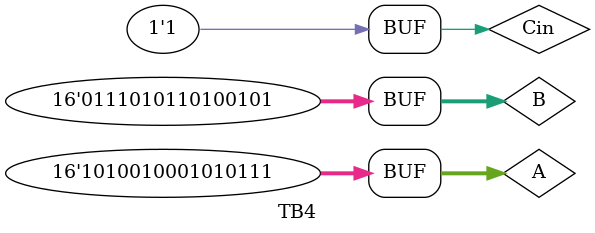
<source format=v>
 `timescale 1ns/1ns
module TB4();
	reg [15:0] A = 0, B =0;
	reg Cin = 0;
	wire [15:0]S1, S2;
	wire rippleout, CSAout;

	ripple16 rip16(A, B, Cin, S1, rippleout);
	CSA csa(A, B, Cin, S2, CSAout);
	initial begin
	#50 A = 16'b0101000010111001;
	#50 B = 16'b1001000111100101;
	#50 Cin = 1;
	#50 A = 16'b1111000001001110;
	#50 B = 16'b1011110010101001;
	#50 Cin = 0;
	#50 A = 16'b1010010001110111;
	#50 B = 16'b0001110101100101;
	#50 A = 16'b1111000001001110;
	#50 B = 16'b1011110010101001;
	#50 Cin = 1;
	#50 A = 16'b1010010001010111;
	#50 B = 16'b0111010110100101;
	end
endmodule

</source>
